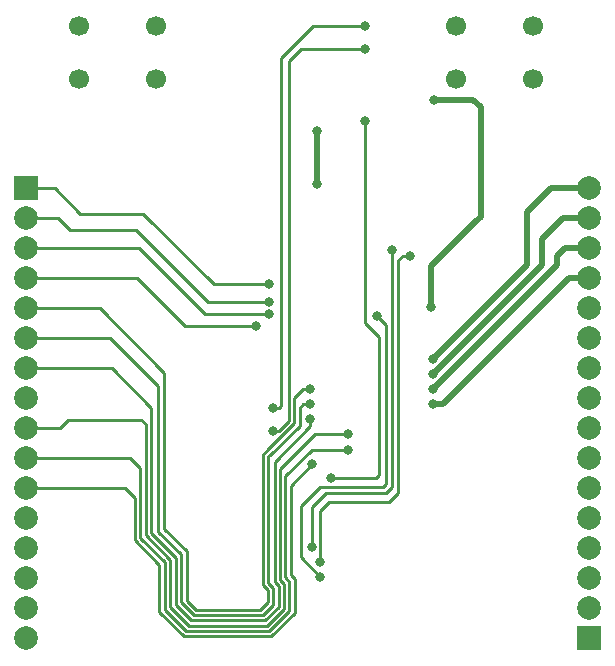
<source format=gbl>
G04 #@! TF.GenerationSoftware,KiCad,Pcbnew,(5.0.0)*
G04 #@! TF.CreationDate,2018-10-02T15:53:08+08:00*
G04 #@! TF.ProjectId,Clouduino Stratus v1.0,436C6F756475696E6F20537472617475,rev?*
G04 #@! TF.SameCoordinates,Original*
G04 #@! TF.FileFunction,Copper,L4,Bot,Signal*
G04 #@! TF.FilePolarity,Positive*
%FSLAX46Y46*%
G04 Gerber Fmt 4.6, Leading zero omitted, Abs format (unit mm)*
G04 Created by KiCad (PCBNEW (5.0.0)) date 10/02/18 15:53:08*
%MOMM*%
%LPD*%
G01*
G04 APERTURE LIST*
G04 #@! TA.AperFunction,ComponentPad*
%ADD10C,1.700000*%
G04 #@! TD*
G04 #@! TA.AperFunction,ComponentPad*
%ADD11C,2.000000*%
G04 #@! TD*
G04 #@! TA.AperFunction,ComponentPad*
%ADD12R,2.000000X2.000000*%
G04 #@! TD*
G04 #@! TA.AperFunction,ViaPad*
%ADD13C,0.800000*%
G04 #@! TD*
G04 #@! TA.AperFunction,Conductor*
%ADD14C,0.250000*%
G04 #@! TD*
G04 #@! TA.AperFunction,Conductor*
%ADD15C,0.500000*%
G04 #@! TD*
G04 APERTURE END LIST*
D10*
G04 #@! TO.P,Reset,4*
G04 #@! TO.N,N/C*
X118005651Y-52358661D03*
G04 #@! TO.P,Reset,3*
X111505651Y-52358661D03*
G04 #@! TO.P,Reset,2*
G04 #@! TO.N,Net-(SW1-Pad2)*
X118005651Y-47858661D03*
G04 #@! TO.P,Reset,1*
G04 #@! TO.N,GND*
X111505651Y-47858661D03*
G04 #@! TD*
G04 #@! TO.P,Boot,1*
G04 #@! TO.N,Net-(R5-Pad2)*
X143405651Y-47858661D03*
G04 #@! TO.P,Boot,2*
G04 #@! TO.N,Net-(R7-Pad2)*
X149905651Y-47858661D03*
G04 #@! TO.P,Boot,3*
G04 #@! TO.N,N/C*
X143405651Y-52358661D03*
G04 #@! TO.P,Boot,4*
X149905651Y-52358661D03*
G04 #@! TD*
D11*
G04 #@! TO.P,J2,16*
G04 #@! TO.N,5V-USB*
X107061000Y-99695000D03*
G04 #@! TO.P,J2,15*
G04 #@! TO.N,VCC*
X107061000Y-97155000D03*
G04 #@! TO.P,J2,14*
X107061000Y-94615000D03*
G04 #@! TO.P,J2,13*
X107061000Y-92075000D03*
G04 #@! TO.P,J2,12*
G04 #@! TO.N,GND*
X107061000Y-89535000D03*
G04 #@! TO.P,J2,11*
G04 #@! TO.N,GPIO8*
X107061000Y-86995000D03*
G04 #@! TO.P,J2,10*
G04 #@! TO.N,GPIO7*
X107061000Y-84455000D03*
G04 #@! TO.P,J2,9*
G04 #@! TO.N,GPIO6*
X107061000Y-81915000D03*
G04 #@! TO.P,J2,8*
G04 #@! TO.N,VIN_Breakout*
X107061000Y-79375000D03*
G04 #@! TO.P,J2,7*
G04 #@! TO.N,GPIO5*
X107061000Y-76835000D03*
G04 #@! TO.P,J2,6*
G04 #@! TO.N,GPIO4*
X107061000Y-74295000D03*
G04 #@! TO.P,J2,5*
G04 #@! TO.N,GPIO3*
X107061000Y-71755000D03*
G04 #@! TO.P,J2,4*
G04 #@! TO.N,GPIO2*
X107061000Y-69215000D03*
G04 #@! TO.P,J2,3*
G04 #@! TO.N,GPIO1*
X107061000Y-66675000D03*
G04 #@! TO.P,J2,2*
G04 #@! TO.N,INTA_Breakout*
X107061000Y-64135000D03*
D12*
G04 #@! TO.P,J2,1*
G04 #@! TO.N,INTB_Breakout*
X107061000Y-61595000D03*
G04 #@! TD*
G04 #@! TO.P,J3,1*
G04 #@! TO.N,ADC-CH0*
X154686000Y-99695000D03*
D11*
G04 #@! TO.P,J3,2*
G04 #@! TO.N,ADC-CH1*
X154686000Y-97155000D03*
G04 #@! TO.P,J3,3*
G04 #@! TO.N,ADC-CH2*
X154686000Y-94615000D03*
G04 #@! TO.P,J3,4*
G04 #@! TO.N,ADC-CH3*
X154686000Y-92075000D03*
G04 #@! TO.P,J3,5*
G04 #@! TO.N,ADC-CH4*
X154686000Y-89535000D03*
G04 #@! TO.P,J3,6*
G04 #@! TO.N,ADC-CH5*
X154686000Y-86995000D03*
G04 #@! TO.P,J3,7*
G04 #@! TO.N,ADC-CH6*
X154686000Y-84455000D03*
G04 #@! TO.P,J3,8*
G04 #@! TO.N,ADC-CH7*
X154686000Y-81915000D03*
G04 #@! TO.P,J3,9*
G04 #@! TO.N,GPIO9*
X154686000Y-79375000D03*
G04 #@! TO.P,J3,10*
G04 #@! TO.N,GPIO10*
X154686000Y-76835000D03*
G04 #@! TO.P,J3,11*
G04 #@! TO.N,GPIO11*
X154686000Y-74295000D03*
G04 #@! TO.P,J3,12*
G04 #@! TO.N,GPIO12*
X154686000Y-71755000D03*
G04 #@! TO.P,J3,13*
G04 #@! TO.N,GPIO13*
X154686000Y-69215000D03*
G04 #@! TO.P,J3,14*
G04 #@! TO.N,GPIO14*
X154686000Y-66675000D03*
G04 #@! TO.P,J3,15*
G04 #@! TO.N,GPIO15*
X154686000Y-64135000D03*
G04 #@! TO.P,J3,16*
G04 #@! TO.N,GPIO16*
X154686000Y-61595000D03*
G04 #@! TD*
D13*
G04 #@! TO.N,ESP-GPIO12*
X131953000Y-93218000D03*
X139573000Y-67310000D03*
G04 #@! TO.N,ESP-GPIO13*
X131228000Y-91948000D03*
X138049000Y-66802000D03*
G04 #@! TO.N,ESP-GPIO14*
X131699000Y-61214000D03*
X131699000Y-56769000D03*
X131953000Y-94488000D03*
X136779000Y-72390000D03*
G04 #@! TO.N,ESP-GPIO5*
X141351000Y-71628000D03*
X141605000Y-54102000D03*
G04 #@! TO.N,ESP-TX*
X127903953Y-80220675D03*
X135763000Y-47879000D03*
G04 #@! TO.N,ESP-RX*
X127903346Y-82124894D03*
X135763000Y-49784000D03*
G04 #@! TO.N,INTA_Breakout*
X127635000Y-71247000D03*
G04 #@! TO.N,INTB_Breakout*
X127635000Y-69723000D03*
G04 #@! TO.N,ESP-GPIO4*
X135763000Y-55880000D03*
X132842000Y-86106000D03*
G04 #@! TO.N,GPIO8*
X131267200Y-84937600D03*
G04 #@! TO.N,GPIO7*
X134264400Y-83718400D03*
G04 #@! TO.N,GPIO6*
X134264400Y-82397600D03*
G04 #@! TO.N,GPIO5*
X131064000Y-81127600D03*
G04 #@! TO.N,GPIO4*
X131064000Y-79883000D03*
G04 #@! TO.N,GPIO3*
X131064000Y-78613000D03*
G04 #@! TO.N,GPIO2*
X126492000Y-73271894D03*
G04 #@! TO.N,GPIO1*
X127630347Y-72267653D03*
G04 #@! TO.N,GPIO13*
X141478000Y-79883000D03*
G04 #@! TO.N,GPIO14*
X141478000Y-78613000D03*
G04 #@! TO.N,GPIO15*
X141478000Y-77343000D03*
G04 #@! TO.N,GPIO16*
X141478000Y-76073000D03*
G04 #@! TD*
D14*
G04 #@! TO.N,ESP-GPIO12*
X131953000Y-93218000D02*
X131953000Y-89154000D01*
X131953000Y-89154000D02*
X131953000Y-88900000D01*
X131953000Y-88900000D02*
X132715000Y-88138000D01*
X132715000Y-88138000D02*
X137795000Y-88138000D01*
X137795000Y-88138000D02*
X138557000Y-87376000D01*
X138557000Y-87376000D02*
X138557000Y-67691000D01*
X138557000Y-67691000D02*
X138938000Y-67310000D01*
X138938000Y-67310000D02*
X139573000Y-67310000D01*
G04 #@! TO.N,ESP-GPIO13*
X131228000Y-91948000D02*
X131228000Y-88609000D01*
X131228000Y-88609000D02*
X132461000Y-87376000D01*
X132461000Y-87376000D02*
X137541000Y-87376000D01*
X137541000Y-87376000D02*
X138049000Y-86868000D01*
X138049000Y-86868000D02*
X138049000Y-85090000D01*
X138049000Y-85090000D02*
X138049000Y-67562590D01*
X138049000Y-67562590D02*
X138049000Y-66802000D01*
D15*
G04 #@! TO.N,ESP-GPIO14*
X131699000Y-61214000D02*
X131699000Y-56769000D01*
D14*
X131953000Y-94488000D02*
X130302000Y-92837000D01*
X130302000Y-92837000D02*
X130302000Y-91800998D01*
X130302000Y-91800998D02*
X130302000Y-88898590D01*
X130302000Y-88898590D02*
X130302000Y-88519000D01*
X130302000Y-88519000D02*
X131953000Y-86868000D01*
X131953000Y-86868000D02*
X137287000Y-86868000D01*
X137287000Y-86868000D02*
X137541000Y-86614000D01*
X137541000Y-86614000D02*
X137541000Y-73152000D01*
X137541000Y-73152000D02*
X136779000Y-72390000D01*
D15*
G04 #@! TO.N,ESP-GPIO5*
X141351000Y-71628000D02*
X141351000Y-71062315D01*
X141351000Y-71062315D02*
X141351000Y-68199000D01*
X141351000Y-68199000D02*
X142875000Y-66675000D01*
X142875000Y-66675000D02*
X145161000Y-64389000D01*
X145161000Y-64389000D02*
X145542000Y-64008000D01*
X145542000Y-64008000D02*
X145542000Y-54737000D01*
X145542000Y-54737000D02*
X144907000Y-54102000D01*
X144907000Y-54102000D02*
X141605000Y-54102000D01*
D14*
G04 #@! TO.N,ESP-TX*
X128469638Y-80220675D02*
X128651000Y-80039313D01*
X127903953Y-80220675D02*
X128469638Y-80220675D01*
X128651000Y-80039313D02*
X128651000Y-50546000D01*
X128651000Y-50546000D02*
X131318000Y-47879000D01*
X131318000Y-47879000D02*
X135763000Y-47879000D01*
G04 #@! TO.N,ESP-RX*
X128469031Y-82124894D02*
X129286000Y-81307925D01*
X127903346Y-82124894D02*
X128469031Y-82124894D01*
X129286000Y-81307925D02*
X129286000Y-80010000D01*
X129286000Y-80010000D02*
X129286000Y-74549000D01*
X129286000Y-74549000D02*
X129286000Y-63881000D01*
X129286000Y-63881000D02*
X129286000Y-50800000D01*
X129286000Y-50800000D02*
X130048000Y-50038000D01*
X130048000Y-50038000D02*
X130302000Y-49784000D01*
X130302000Y-49784000D02*
X135763000Y-49784000D01*
G04 #@! TO.N,INTA_Breakout*
X109728000Y-64135000D02*
X107061000Y-64135000D01*
X110744000Y-65151000D02*
X109728000Y-64135000D01*
X116332000Y-65151000D02*
X110744000Y-65151000D01*
X127635000Y-71247000D02*
X122428000Y-71247000D01*
X122428000Y-71247000D02*
X116332000Y-65151000D01*
G04 #@! TO.N,INTB_Breakout*
X127635000Y-69723000D02*
X122936000Y-69723000D01*
X122936000Y-69723000D02*
X116967000Y-63754000D01*
X116967000Y-63754000D02*
X111633000Y-63754000D01*
X109474000Y-61595000D02*
X107061000Y-61595000D01*
X111633000Y-63754000D02*
X109474000Y-61595000D01*
G04 #@! TO.N,ESP-GPIO4*
X135763000Y-65532000D02*
X135763000Y-63373000D01*
X135763000Y-63373000D02*
X135763000Y-55880000D01*
X135763000Y-73025000D02*
X135763000Y-65532000D01*
X136906000Y-74168000D02*
X135763000Y-73025000D01*
X136906000Y-85852000D02*
X136906000Y-74168000D01*
X132842000Y-86106000D02*
X136652000Y-86106000D01*
X136652000Y-86106000D02*
X136906000Y-85852000D01*
G04 #@! TO.N,GPIO8*
X115443000Y-86995000D02*
X107061000Y-86995000D01*
X116230400Y-87782400D02*
X115443000Y-86995000D01*
X116230400Y-91389200D02*
X116230400Y-87782400D01*
X118313200Y-93472000D02*
X116230400Y-91389200D01*
X120360050Y-99532050D02*
X118313200Y-97485200D01*
X118313200Y-97485200D02*
X118313200Y-93472000D01*
X129416830Y-94357783D02*
X129758047Y-94699005D01*
X131267200Y-84937600D02*
X129416830Y-86787970D01*
X129758047Y-94699005D02*
X129758045Y-97579005D01*
X129416830Y-86787970D02*
X129416830Y-94357783D01*
X129758045Y-97579005D02*
X127805000Y-99532050D01*
X127805000Y-99532050D02*
X120360050Y-99532050D01*
G04 #@! TO.N,GPIO7*
X116687600Y-85293200D02*
X115849400Y-84455000D01*
X116687600Y-91186000D02*
X116687600Y-85293200D01*
X118770400Y-93268800D02*
X116687600Y-91186000D01*
X118770400Y-97282000D02*
X118770400Y-93268800D01*
X120570440Y-99082040D02*
X118770400Y-97282000D01*
X127618600Y-99082040D02*
X120570440Y-99082040D01*
X115849400Y-84455000D02*
X107061000Y-84455000D01*
X129308036Y-97392604D02*
X127618600Y-99082040D01*
X131216400Y-83718400D02*
X128966820Y-85967980D01*
X134264400Y-83718400D02*
X131216400Y-83718400D01*
X128966820Y-85967980D02*
X128966820Y-94544180D01*
X128966820Y-94544180D02*
X129047518Y-94624880D01*
X129047518Y-94624880D02*
X129308038Y-94885403D01*
X129308038Y-94885403D02*
X129308036Y-97392604D01*
G04 #@! TO.N,GPIO6*
X109905800Y-81915000D02*
X107061000Y-81915000D01*
X110591600Y-81229200D02*
X109905800Y-81915000D01*
X128516810Y-94730580D02*
X128778000Y-94991772D01*
X128778000Y-94991772D02*
X128858029Y-95071802D01*
X128516810Y-85859190D02*
X128516810Y-94730580D01*
X117144800Y-90982800D02*
X117144800Y-81584800D01*
X128524000Y-85852000D02*
X128516810Y-85859190D01*
X116789200Y-81229200D02*
X110591600Y-81229200D01*
X128524000Y-85394800D02*
X128524000Y-85852000D01*
X119227600Y-93065600D02*
X117144800Y-90982800D01*
X131521200Y-82397600D02*
X128524000Y-85394800D01*
X134264400Y-82397600D02*
X131521200Y-82397600D01*
X119227600Y-97078800D02*
X119227600Y-93065600D01*
X128858029Y-95071802D02*
X128858027Y-97206203D01*
X128858027Y-97206203D02*
X127432200Y-98632030D01*
X127432200Y-98632030D02*
X120780830Y-98632030D01*
X120780830Y-98632030D02*
X119227600Y-97078800D01*
X117144800Y-81584800D02*
X116789200Y-81229200D01*
G04 #@! TO.N,GPIO5*
X114274600Y-76835000D02*
X107061000Y-76835000D01*
X117602000Y-80162400D02*
X114274600Y-76835000D01*
X117602000Y-90779600D02*
X117602000Y-80162400D01*
X119684800Y-92862400D02*
X117602000Y-90779600D01*
X120991220Y-98182020D02*
X119684800Y-96875600D01*
X127245800Y-98182020D02*
X120991220Y-98182020D01*
X131064000Y-81737200D02*
X128066800Y-84734400D01*
X131064000Y-81127600D02*
X131064000Y-81737200D01*
X128066800Y-94916980D02*
X128408019Y-95258201D01*
X119684800Y-96875600D02*
X119684800Y-92862400D01*
X128408019Y-95258201D02*
X128408018Y-97019802D01*
X128066800Y-84734400D02*
X128066800Y-94916980D01*
X128408018Y-97019802D02*
X127245800Y-98182020D01*
G04 #@! TO.N,GPIO4*
X114173000Y-74295000D02*
X107061000Y-74295000D01*
X127636410Y-84201000D02*
X127518357Y-84319053D01*
X121225600Y-97732010D02*
X120142000Y-96648410D01*
X130186325Y-80194990D02*
X130186324Y-81680421D01*
X131064000Y-79883000D02*
X130498315Y-79883000D01*
X127059400Y-97732010D02*
X121225600Y-97732010D01*
X120142000Y-92583000D02*
X118237000Y-90678000D01*
X130498315Y-79883000D02*
X130186325Y-80194990D01*
X118237000Y-78359000D02*
X114173000Y-74295000D01*
X130186324Y-81680421D02*
X127665745Y-84201000D01*
X127518357Y-84319053D02*
X127518357Y-95004947D01*
X127518357Y-95004947D02*
X127958010Y-95444600D01*
X127958010Y-95444600D02*
X127958009Y-96833401D01*
X127958009Y-96833401D02*
X127059400Y-97732010D01*
X127665745Y-84201000D02*
X127636410Y-84201000D01*
X118237000Y-90678000D02*
X118237000Y-78359000D01*
X120142000Y-96648410D02*
X120142000Y-92583000D01*
G04 #@! TO.N,GPIO3*
X113284000Y-71755000D02*
X107061000Y-71755000D01*
X127508000Y-95631000D02*
X127508000Y-96647000D01*
X127537335Y-83693000D02*
X127508000Y-83693000D01*
X129736315Y-81494020D02*
X127537335Y-83693000D01*
X129736315Y-79375000D02*
X129736315Y-81494020D01*
X131064000Y-78613000D02*
X130498315Y-78613000D01*
X130498315Y-78613000D02*
X129736315Y-79375000D01*
X120650000Y-96520000D02*
X120650000Y-92329000D01*
X127068347Y-84132653D02*
X127068347Y-95191347D01*
X127508000Y-83693000D02*
X127068347Y-84132653D01*
X121412000Y-97282000D02*
X120650000Y-96520000D01*
X127068347Y-95191347D02*
X127508000Y-95631000D01*
X127508000Y-96647000D02*
X126873000Y-97282000D01*
X120650000Y-92329000D02*
X118745000Y-90424000D01*
X118745000Y-90424000D02*
X118745000Y-77216000D01*
X126873000Y-97282000D02*
X121412000Y-97282000D01*
X118745000Y-77216000D02*
X113284000Y-71755000D01*
G04 #@! TO.N,GPIO2*
X125926315Y-73271894D02*
X125919209Y-73279000D01*
X126492000Y-73271894D02*
X125926315Y-73271894D01*
X125919209Y-73279000D02*
X120523000Y-73279000D01*
X116459000Y-69215000D02*
X107061000Y-69215000D01*
X120523000Y-73279000D02*
X116459000Y-69215000D01*
G04 #@! TO.N,GPIO1*
X127630347Y-72267653D02*
X122178653Y-72267653D01*
X122178653Y-72267653D02*
X116586000Y-66675000D01*
X116586000Y-66675000D02*
X107061000Y-66675000D01*
D15*
G04 #@! TO.N,GPIO13*
X141478000Y-79883000D02*
X142367000Y-79883000D01*
X153035000Y-69215000D02*
X154686000Y-69215000D01*
X142367000Y-79883000D02*
X153035000Y-69215000D01*
G04 #@! TO.N,GPIO14*
X152654000Y-66675000D02*
X154686000Y-66675000D01*
X152019000Y-67310000D02*
X152654000Y-66675000D01*
X141478000Y-78613000D02*
X152019000Y-68072000D01*
X152019000Y-68072000D02*
X152019000Y-67310000D01*
G04 #@! TO.N,GPIO15*
X152527000Y-64135000D02*
X154686000Y-64135000D01*
X150749000Y-65913000D02*
X152527000Y-64135000D01*
X141478000Y-77343000D02*
X150749000Y-68072000D01*
X150749000Y-68072000D02*
X150749000Y-65913000D01*
G04 #@! TO.N,GPIO16*
X151511000Y-61595000D02*
X154686000Y-61595000D01*
X149479000Y-63627000D02*
X151511000Y-61595000D01*
X141478000Y-76073000D02*
X149479000Y-68072000D01*
X149479000Y-68072000D02*
X149479000Y-63627000D01*
G04 #@! TD*
M02*

</source>
